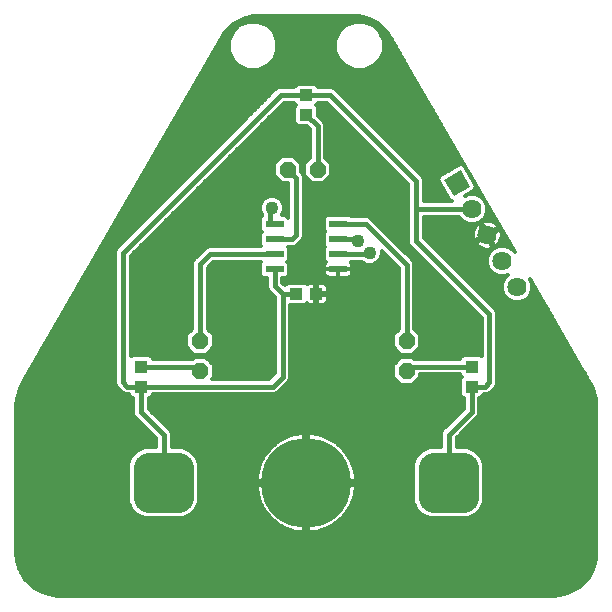
<source format=gbl>
G75*
G70*
%OFA0B0*%
%FSLAX24Y24*%
%IPPOS*%
%LPD*%
%AMOC8*
5,1,8,0,0,1.08239X$1,22.5*
%
%ADD10R,0.0610X0.0236*%
%ADD11R,0.0433X0.0394*%
%ADD12C,0.1000*%
%ADD13C,0.3000*%
%ADD14OC8,0.0560*%
%ADD15R,0.0640X0.0640*%
%ADD16C,0.0640*%
%ADD17C,0.0160*%
%ADD18C,0.0120*%
%ADD19C,0.0436*%
D10*
X008945Y011222D03*
X008945Y011722D03*
X008945Y012222D03*
X008945Y012722D03*
X011071Y012722D03*
X011071Y012222D03*
X011071Y011722D03*
X011071Y011222D03*
D11*
X010338Y010397D03*
X009669Y010397D03*
X004492Y007976D03*
X004492Y007307D03*
X015516Y007307D03*
X015516Y007976D03*
X010004Y016362D03*
X010004Y017031D03*
D12*
X014254Y004598D02*
X015254Y004598D01*
X015254Y003598D01*
X014254Y003598D01*
X014254Y004598D01*
X014254Y004597D02*
X015254Y004597D01*
X005754Y004598D02*
X004754Y004598D01*
X005754Y004598D02*
X005754Y003598D01*
X004754Y003598D01*
X004754Y004598D01*
X004754Y004597D02*
X005754Y004597D01*
D13*
X010004Y004098D03*
D14*
X013350Y007823D03*
X013350Y008823D03*
X006460Y008823D03*
X006460Y007823D03*
X009379Y014541D03*
X010379Y014541D03*
D15*
G36*
X014915Y013652D02*
X014595Y014206D01*
X015149Y014526D01*
X015469Y013972D01*
X014915Y013652D01*
G37*
D16*
X015532Y013223D03*
X016032Y012357D03*
X016532Y011491D03*
X017032Y010625D03*
D17*
X016106Y009716D02*
X013661Y012161D01*
X013661Y013161D01*
X013661Y014161D01*
X010791Y017031D01*
X010004Y017031D01*
X009166Y017031D01*
X009161Y017036D01*
X003901Y011776D01*
X003901Y007445D01*
X004039Y007307D01*
X004492Y007307D01*
X008882Y007307D01*
X009216Y007642D01*
X009216Y010397D01*
X008945Y010669D01*
X008945Y011222D01*
X008945Y011722D02*
X006801Y011722D01*
X006460Y011382D01*
X006460Y008823D01*
X006307Y007976D02*
X006460Y007823D01*
X006307Y007976D02*
X004492Y007976D01*
X004492Y007307D02*
X004492Y006460D01*
X005254Y005699D01*
X005254Y004098D01*
X013350Y007823D02*
X013504Y007976D01*
X015516Y007976D01*
X016106Y007445D02*
X016106Y009716D01*
X013350Y008823D02*
X013350Y011366D01*
X011994Y012722D01*
X011071Y012722D01*
X011071Y012222D02*
X011669Y012222D01*
X011722Y012169D01*
X012116Y011775D02*
X012063Y011722D01*
X011071Y011722D01*
X009661Y012349D02*
X009661Y014258D01*
X009379Y014541D01*
X010379Y014541D02*
X010379Y015987D01*
X010004Y016362D01*
X008857Y013260D02*
X008786Y013189D01*
X008786Y012786D01*
X008850Y012722D01*
X008945Y012722D01*
X008945Y012222D02*
X009535Y012222D01*
X009661Y012349D01*
X009669Y010397D02*
X009216Y010397D01*
X013661Y013161D02*
X013723Y013223D01*
X015532Y013223D01*
X016106Y007445D02*
X015968Y007307D01*
X015516Y007307D01*
X015516Y006460D01*
X014754Y005699D01*
X014754Y004098D01*
D18*
X019245Y000754D02*
X000762Y000754D01*
X000644Y000873D02*
X019364Y000873D01*
X019378Y000887D02*
X019121Y000629D01*
X018805Y000447D01*
X018454Y000353D01*
X018271Y000341D01*
X001736Y000341D01*
X001554Y000353D01*
X001202Y000447D01*
X000887Y000629D01*
X000887Y000629D01*
X000629Y000887D01*
X000447Y001202D01*
X000353Y001554D01*
X000341Y001736D01*
X000341Y001811D01*
X000341Y006629D01*
X000341Y006703D01*
X000353Y006885D01*
X000447Y007237D01*
X000528Y007401D01*
X000565Y007465D01*
X000565Y007465D01*
X007170Y018904D01*
X007207Y018969D01*
X007308Y019121D01*
X007566Y019378D01*
X007881Y019560D01*
X008233Y019654D01*
X008415Y019666D01*
X008489Y019666D01*
X011518Y019666D01*
X011593Y019666D01*
X011775Y019654D01*
X012126Y019560D01*
X012442Y019378D01*
X012699Y019121D01*
X012801Y018969D01*
X012838Y018904D01*
X015952Y013511D01*
X015816Y013647D01*
X015632Y013723D01*
X015433Y013723D01*
X015310Y013672D01*
X015624Y013853D01*
X015663Y013997D01*
X015268Y014681D01*
X015124Y014719D01*
X014441Y014325D01*
X014402Y014181D01*
X014797Y013497D01*
X014850Y013483D01*
X013921Y013483D01*
X013921Y014110D01*
X013921Y014213D01*
X013882Y014309D01*
X010938Y017252D01*
X010843Y017291D01*
X010739Y017291D01*
X010400Y017291D01*
X010400Y017303D01*
X010295Y017408D01*
X009713Y017408D01*
X009607Y017303D01*
X009607Y017291D01*
X009225Y017291D01*
X009213Y017296D01*
X009110Y017296D01*
X009014Y017257D01*
X008941Y017184D01*
X003681Y011924D01*
X003641Y011828D01*
X003641Y011725D01*
X003641Y007496D01*
X003641Y007393D01*
X003681Y007297D01*
X003892Y007086D01*
X003987Y007047D01*
X004091Y007047D01*
X004095Y007047D01*
X004095Y007036D01*
X004201Y006930D01*
X004232Y006930D01*
X004232Y006512D01*
X004232Y006409D01*
X004272Y006313D01*
X004994Y005591D01*
X004994Y005278D01*
X004619Y005278D01*
X004369Y005175D01*
X004177Y004983D01*
X004074Y004734D01*
X004074Y003463D01*
X004177Y003213D01*
X004369Y003022D01*
X004619Y002918D01*
X005889Y002918D01*
X006139Y003022D01*
X006330Y003213D01*
X006434Y003463D01*
X006434Y004734D01*
X006330Y004983D01*
X006139Y005175D01*
X005889Y005278D01*
X005514Y005278D01*
X005514Y005647D01*
X005514Y005750D01*
X005474Y005846D01*
X004752Y006568D01*
X004752Y006930D01*
X004783Y006930D01*
X004888Y007036D01*
X004888Y007047D01*
X008830Y007047D01*
X008933Y007047D01*
X009029Y007086D01*
X009364Y007421D01*
X009437Y007494D01*
X009476Y007590D01*
X009476Y010021D01*
X009960Y010021D01*
X010018Y010078D01*
X010024Y010073D01*
X010060Y010052D01*
X010101Y010041D01*
X010300Y010041D01*
X010300Y010359D01*
X010377Y010359D01*
X010377Y010436D01*
X010715Y010436D01*
X010715Y010615D01*
X010704Y010656D01*
X010683Y010693D01*
X010653Y010722D01*
X010617Y010743D01*
X010576Y010754D01*
X010377Y010754D01*
X010377Y010436D01*
X010300Y010436D01*
X010300Y010754D01*
X010101Y010754D01*
X010060Y010743D01*
X010024Y010722D01*
X010018Y010717D01*
X009960Y010774D01*
X009378Y010774D01*
X009293Y010689D01*
X009205Y010777D01*
X009205Y010924D01*
X009324Y010924D01*
X009430Y011030D01*
X009430Y011415D01*
X009372Y011472D01*
X009430Y011530D01*
X009430Y011915D01*
X009382Y011962D01*
X009483Y011962D01*
X009586Y011962D01*
X009682Y012002D01*
X009809Y012128D01*
X009882Y012201D01*
X009921Y012297D01*
X009921Y014206D01*
X009921Y014310D01*
X009882Y014405D01*
X009839Y014448D01*
X009839Y014731D01*
X009569Y015001D01*
X009188Y015001D01*
X008919Y014731D01*
X008919Y014350D01*
X009188Y014081D01*
X009401Y014081D01*
X009401Y012943D01*
X009324Y013020D01*
X009181Y013020D01*
X009195Y013034D01*
X009255Y013180D01*
X009255Y013339D01*
X009195Y013485D01*
X009083Y013597D01*
X008936Y013658D01*
X008778Y013658D01*
X008632Y013597D01*
X008520Y013485D01*
X008459Y013339D01*
X008459Y013180D01*
X008520Y013034D01*
X008526Y013028D01*
X008526Y012982D01*
X008460Y012915D01*
X008460Y012530D01*
X008517Y012472D01*
X008460Y012415D01*
X008460Y012030D01*
X008507Y011982D01*
X006853Y011982D01*
X006749Y011982D01*
X006654Y011943D01*
X006240Y011529D01*
X006200Y011433D01*
X006200Y011330D01*
X006200Y009213D01*
X006000Y009013D01*
X006000Y008632D01*
X006270Y008363D01*
X006651Y008363D01*
X006920Y008632D01*
X006920Y009013D01*
X006720Y009213D01*
X006720Y011274D01*
X006909Y011462D01*
X008507Y011462D01*
X008460Y011415D01*
X008460Y011030D01*
X008565Y010924D01*
X008685Y010924D01*
X008685Y010721D01*
X008685Y010617D01*
X008724Y010522D01*
X008956Y010290D01*
X008956Y007749D01*
X008774Y007567D01*
X006855Y007567D01*
X006920Y007632D01*
X006920Y008013D01*
X006651Y008283D01*
X006270Y008283D01*
X006224Y008236D01*
X004888Y008236D01*
X004888Y008248D01*
X004783Y008353D01*
X004201Y008353D01*
X004161Y008314D01*
X004161Y011669D01*
X009264Y016771D01*
X009607Y016771D01*
X009607Y016760D01*
X009671Y016697D01*
X009607Y016633D01*
X009607Y016091D01*
X009713Y015985D01*
X010013Y015985D01*
X010119Y015879D01*
X010119Y014931D01*
X009919Y014731D01*
X009919Y014350D01*
X010188Y014081D01*
X010569Y014081D01*
X010839Y014350D01*
X010839Y014731D01*
X010639Y014931D01*
X010639Y015935D01*
X010639Y016039D01*
X010599Y016134D01*
X010400Y016333D01*
X010400Y016633D01*
X010337Y016697D01*
X010400Y016760D01*
X010400Y016771D01*
X010683Y016771D01*
X013401Y014054D01*
X013401Y013110D01*
X013401Y012110D01*
X013441Y012014D01*
X013514Y011941D01*
X015846Y009609D01*
X015846Y008314D01*
X015807Y008353D01*
X015224Y008353D01*
X015119Y008248D01*
X015119Y008236D01*
X013587Y008236D01*
X013541Y008283D01*
X013160Y008283D01*
X012890Y008013D01*
X012890Y007632D01*
X013160Y007363D01*
X013541Y007363D01*
X013810Y007632D01*
X013810Y007716D01*
X015119Y007716D01*
X015119Y007705D01*
X015182Y007642D01*
X015119Y007578D01*
X015119Y007036D01*
X015224Y006930D01*
X015256Y006930D01*
X015256Y006568D01*
X014533Y005846D01*
X014494Y005750D01*
X014494Y005647D01*
X014494Y005278D01*
X014119Y005278D01*
X013869Y005175D01*
X013677Y004983D01*
X013574Y004734D01*
X013574Y003463D01*
X013677Y003213D01*
X013869Y003022D01*
X014119Y002918D01*
X015389Y002918D01*
X015639Y003022D01*
X015830Y003213D01*
X015934Y003463D01*
X015934Y004734D01*
X015830Y004983D01*
X015639Y005175D01*
X015389Y005278D01*
X015014Y005278D01*
X015014Y005591D01*
X015736Y006313D01*
X015776Y006409D01*
X015776Y006512D01*
X015776Y006930D01*
X015807Y006930D01*
X015912Y007036D01*
X015912Y007047D01*
X015917Y007047D01*
X016020Y007047D01*
X016116Y007086D01*
X016327Y007297D01*
X016366Y007393D01*
X016366Y007496D01*
X016366Y009665D01*
X016366Y009768D01*
X016327Y009864D01*
X013921Y012269D01*
X013921Y012963D01*
X015099Y012963D01*
X015108Y012940D01*
X015249Y012799D01*
X015433Y012723D01*
X015632Y012723D01*
X015816Y012799D01*
X015956Y012940D01*
X016032Y013124D01*
X016032Y013323D01*
X015961Y013495D01*
X016952Y011778D01*
X016816Y011915D01*
X016632Y011991D01*
X016433Y011991D01*
X016249Y011915D01*
X016108Y011774D01*
X016032Y011591D01*
X016032Y011392D01*
X016108Y011208D01*
X016249Y011067D01*
X016433Y010991D01*
X016632Y010991D01*
X016733Y011033D01*
X016608Y010908D01*
X016532Y010724D01*
X016532Y010526D01*
X016608Y010342D01*
X016749Y010201D01*
X016933Y010125D01*
X017132Y010125D01*
X017316Y010201D01*
X017456Y010342D01*
X017532Y010526D01*
X017532Y010724D01*
X017461Y010897D01*
X019442Y007465D01*
X019479Y007401D01*
X019560Y007237D01*
X019654Y006885D01*
X019666Y006703D01*
X019666Y006629D01*
X019666Y001811D01*
X019666Y001736D01*
X019654Y001554D01*
X019560Y001202D01*
X019378Y000887D01*
X019438Y000991D02*
X000569Y000991D01*
X000501Y001110D02*
X019507Y001110D01*
X019567Y001228D02*
X000440Y001228D01*
X000409Y001347D02*
X019599Y001347D01*
X019631Y001465D02*
X000377Y001465D01*
X000351Y001584D02*
X019656Y001584D01*
X019664Y001702D02*
X000343Y001702D01*
X000341Y001821D02*
X019666Y001821D01*
X019666Y001939D02*
X000341Y001939D01*
X000341Y002058D02*
X019666Y002058D01*
X019666Y002176D02*
X000341Y002176D01*
X000341Y002295D02*
X019666Y002295D01*
X019666Y002414D02*
X000341Y002414D01*
X000341Y002532D02*
X009453Y002532D01*
X009504Y002514D02*
X009644Y002476D01*
X009787Y002451D01*
X009931Y002438D01*
X009944Y002438D01*
X009944Y004038D01*
X010064Y004038D01*
X010064Y004158D01*
X011664Y004158D01*
X011664Y004171D01*
X011651Y004315D01*
X011626Y004458D01*
X011588Y004598D01*
X011539Y004734D01*
X011478Y004865D01*
X011405Y004991D01*
X011322Y005110D01*
X011229Y005221D01*
X011126Y005323D01*
X011015Y005416D01*
X010897Y005500D01*
X010771Y005572D01*
X010640Y005633D01*
X010503Y005683D01*
X010363Y005720D01*
X010221Y005746D01*
X010076Y005758D01*
X010064Y005758D01*
X010064Y004158D01*
X009944Y004158D01*
X009944Y004038D01*
X008344Y004038D01*
X008344Y004026D01*
X008356Y003881D01*
X008382Y003739D01*
X008419Y003599D01*
X006434Y003599D01*
X006434Y003480D02*
X008462Y003480D01*
X008469Y003462D02*
X008530Y003331D01*
X008602Y003205D01*
X008686Y003087D01*
X008779Y002976D01*
X008881Y002873D01*
X008992Y002780D01*
X009111Y002697D01*
X009237Y002624D01*
X009368Y002563D01*
X009504Y002514D01*
X009191Y002651D02*
X000341Y002651D01*
X000341Y002769D02*
X009008Y002769D01*
X008867Y002888D02*
X000341Y002888D01*
X000341Y003006D02*
X004406Y003006D01*
X004266Y003125D02*
X000341Y003125D01*
X000341Y003243D02*
X004165Y003243D01*
X004116Y003362D02*
X000341Y003362D01*
X000341Y003480D02*
X004074Y003480D01*
X004074Y003599D02*
X000341Y003599D01*
X000341Y003718D02*
X004074Y003718D01*
X004074Y003836D02*
X000341Y003836D01*
X000341Y003955D02*
X004074Y003955D01*
X004074Y004073D02*
X000341Y004073D01*
X000341Y004192D02*
X004074Y004192D01*
X004074Y004310D02*
X000341Y004310D01*
X000341Y004429D02*
X004074Y004429D01*
X004074Y004547D02*
X000341Y004547D01*
X000341Y004666D02*
X004074Y004666D01*
X004095Y004784D02*
X000341Y004784D01*
X000341Y004903D02*
X004144Y004903D01*
X004215Y005022D02*
X000341Y005022D01*
X000341Y005140D02*
X004334Y005140D01*
X004571Y005259D02*
X000341Y005259D01*
X000341Y005377D02*
X004994Y005377D01*
X004994Y005496D02*
X000341Y005496D01*
X000341Y005614D02*
X004970Y005614D01*
X004852Y005733D02*
X000341Y005733D01*
X000341Y005851D02*
X004733Y005851D01*
X004615Y005970D02*
X000341Y005970D01*
X000341Y006088D02*
X004496Y006088D01*
X004378Y006207D02*
X000341Y006207D01*
X000341Y006326D02*
X004266Y006326D01*
X004232Y006444D02*
X000341Y006444D01*
X000341Y006563D02*
X004232Y006563D01*
X004232Y006681D02*
X000341Y006681D01*
X000348Y006800D02*
X004232Y006800D01*
X004232Y006918D02*
X000362Y006918D01*
X000394Y007037D02*
X004095Y007037D01*
X003823Y007155D02*
X000425Y007155D01*
X000466Y007274D02*
X003705Y007274D01*
X003642Y007392D02*
X000524Y007392D01*
X000592Y007511D02*
X003641Y007511D01*
X003641Y007629D02*
X000660Y007629D01*
X000729Y007748D02*
X003641Y007748D01*
X003641Y007867D02*
X000797Y007867D01*
X000865Y007985D02*
X003641Y007985D01*
X003641Y008104D02*
X000934Y008104D01*
X001002Y008222D02*
X003641Y008222D01*
X003641Y008341D02*
X001071Y008341D01*
X001139Y008459D02*
X003641Y008459D01*
X003641Y008578D02*
X001208Y008578D01*
X001276Y008696D02*
X003641Y008696D01*
X003641Y008815D02*
X001345Y008815D01*
X001413Y008933D02*
X003641Y008933D01*
X003641Y009052D02*
X001481Y009052D01*
X001550Y009171D02*
X003641Y009171D01*
X003641Y009289D02*
X001618Y009289D01*
X001687Y009408D02*
X003641Y009408D01*
X003641Y009526D02*
X001755Y009526D01*
X001824Y009645D02*
X003641Y009645D01*
X003641Y009763D02*
X001892Y009763D01*
X001961Y009882D02*
X003641Y009882D01*
X003641Y010000D02*
X002029Y010000D01*
X002097Y010119D02*
X003641Y010119D01*
X003641Y010237D02*
X002166Y010237D01*
X002234Y010356D02*
X003641Y010356D01*
X003641Y010475D02*
X002303Y010475D01*
X002371Y010593D02*
X003641Y010593D01*
X003641Y010712D02*
X002440Y010712D01*
X002508Y010830D02*
X003641Y010830D01*
X003641Y010949D02*
X002576Y010949D01*
X002645Y011067D02*
X003641Y011067D01*
X003641Y011186D02*
X002713Y011186D01*
X002782Y011304D02*
X003641Y011304D01*
X003641Y011423D02*
X002850Y011423D01*
X002919Y011541D02*
X003641Y011541D01*
X003641Y011660D02*
X002987Y011660D01*
X003056Y011779D02*
X003641Y011779D01*
X003670Y011897D02*
X003124Y011897D01*
X003192Y012016D02*
X003773Y012016D01*
X003891Y012134D02*
X003261Y012134D01*
X003329Y012253D02*
X004010Y012253D01*
X004129Y012371D02*
X003398Y012371D01*
X003466Y012490D02*
X004247Y012490D01*
X004366Y012608D02*
X003535Y012608D01*
X003603Y012727D02*
X004484Y012727D01*
X004603Y012845D02*
X003672Y012845D01*
X003740Y012964D02*
X004721Y012964D01*
X004840Y013082D02*
X003808Y013082D01*
X003877Y013201D02*
X004958Y013201D01*
X005077Y013320D02*
X003945Y013320D01*
X004014Y013438D02*
X005195Y013438D01*
X005314Y013557D02*
X004082Y013557D01*
X004151Y013675D02*
X005433Y013675D01*
X005551Y013794D02*
X004219Y013794D01*
X004288Y013912D02*
X005670Y013912D01*
X005788Y014031D02*
X004356Y014031D01*
X004424Y014149D02*
X005907Y014149D01*
X006025Y014268D02*
X004493Y014268D01*
X004561Y014386D02*
X006144Y014386D01*
X006262Y014505D02*
X004630Y014505D01*
X004698Y014624D02*
X006381Y014624D01*
X006499Y014742D02*
X004767Y014742D01*
X004835Y014861D02*
X006618Y014861D01*
X006736Y014979D02*
X004903Y014979D01*
X004972Y015098D02*
X006855Y015098D01*
X006974Y015216D02*
X005040Y015216D01*
X005109Y015335D02*
X007092Y015335D01*
X007211Y015453D02*
X005177Y015453D01*
X005246Y015572D02*
X007329Y015572D01*
X007448Y015690D02*
X005314Y015690D01*
X005383Y015809D02*
X007566Y015809D01*
X007685Y015928D02*
X005451Y015928D01*
X005519Y016046D02*
X007803Y016046D01*
X007922Y016165D02*
X005588Y016165D01*
X005656Y016283D02*
X008040Y016283D01*
X008159Y016402D02*
X005725Y016402D01*
X005793Y016520D02*
X008278Y016520D01*
X008396Y016639D02*
X005862Y016639D01*
X005930Y016757D02*
X008515Y016757D01*
X008633Y016876D02*
X005999Y016876D01*
X006067Y016994D02*
X008752Y016994D01*
X008870Y017113D02*
X006135Y017113D01*
X006204Y017231D02*
X008989Y017231D01*
X009655Y017350D02*
X006272Y017350D01*
X006341Y017469D02*
X013667Y017469D01*
X013598Y017587D02*
X006409Y017587D01*
X006478Y017706D02*
X013530Y017706D01*
X013461Y017824D02*
X006546Y017824D01*
X006614Y017943D02*
X007860Y017943D01*
X007773Y017979D02*
X008071Y017855D01*
X008393Y017855D01*
X008691Y017979D01*
X008919Y018206D01*
X009042Y018504D01*
X009042Y018826D01*
X008919Y019124D01*
X008691Y019352D01*
X008393Y019475D01*
X008071Y019475D01*
X007773Y019352D01*
X007546Y019124D01*
X007422Y018826D01*
X007422Y018504D01*
X007546Y018206D01*
X007773Y017979D01*
X007691Y018061D02*
X006683Y018061D01*
X006751Y018180D02*
X007572Y018180D01*
X007507Y018298D02*
X006820Y018298D01*
X006888Y018417D02*
X007458Y018417D01*
X007422Y018535D02*
X006957Y018535D01*
X007025Y018654D02*
X007422Y018654D01*
X007422Y018773D02*
X007094Y018773D01*
X007162Y018891D02*
X007449Y018891D01*
X007498Y019010D02*
X007234Y019010D01*
X007170Y018904D02*
X007170Y018904D01*
X007316Y019128D02*
X007550Y019128D01*
X007434Y019247D02*
X007668Y019247D01*
X007553Y019365D02*
X007806Y019365D01*
X007749Y019484D02*
X012259Y019484D01*
X012202Y019365D02*
X012454Y019365D01*
X012339Y019247D02*
X012573Y019247D01*
X012458Y019128D02*
X012692Y019128D01*
X012773Y019010D02*
X012509Y019010D01*
X012462Y019124D02*
X012585Y018826D01*
X012585Y018504D01*
X012462Y018206D01*
X012234Y017979D01*
X011937Y017855D01*
X011614Y017855D01*
X011317Y017979D01*
X011089Y018206D01*
X010966Y018504D01*
X010966Y018826D01*
X011089Y019124D01*
X011317Y019352D01*
X011614Y019475D01*
X011937Y019475D01*
X012234Y019352D01*
X012462Y019124D01*
X012559Y018891D02*
X012845Y018891D01*
X012838Y018904D02*
X012838Y018904D01*
X012914Y018773D02*
X012585Y018773D01*
X012585Y018654D02*
X012982Y018654D01*
X013051Y018535D02*
X012585Y018535D01*
X012549Y018417D02*
X013119Y018417D01*
X013188Y018298D02*
X012500Y018298D01*
X012435Y018180D02*
X013256Y018180D01*
X013325Y018061D02*
X012317Y018061D01*
X012148Y017943D02*
X013393Y017943D01*
X013735Y017350D02*
X010353Y017350D01*
X010959Y017231D02*
X013804Y017231D01*
X013872Y017113D02*
X011077Y017113D01*
X011196Y016994D02*
X013941Y016994D01*
X014009Y016876D02*
X011314Y016876D01*
X011433Y016757D02*
X014077Y016757D01*
X014146Y016639D02*
X011551Y016639D01*
X011670Y016520D02*
X014214Y016520D01*
X014283Y016402D02*
X011788Y016402D01*
X011907Y016283D02*
X014351Y016283D01*
X014420Y016165D02*
X012026Y016165D01*
X012144Y016046D02*
X014488Y016046D01*
X014556Y015928D02*
X012263Y015928D01*
X012381Y015809D02*
X014625Y015809D01*
X014693Y015690D02*
X012500Y015690D01*
X012618Y015572D02*
X014762Y015572D01*
X014830Y015453D02*
X012737Y015453D01*
X012855Y015335D02*
X014899Y015335D01*
X014967Y015216D02*
X012974Y015216D01*
X013092Y015098D02*
X015036Y015098D01*
X015104Y014979D02*
X013211Y014979D01*
X013330Y014861D02*
X015172Y014861D01*
X015241Y014742D02*
X013448Y014742D01*
X013567Y014624D02*
X014958Y014624D01*
X014753Y014505D02*
X013685Y014505D01*
X013804Y014386D02*
X014547Y014386D01*
X014425Y014268D02*
X013898Y014268D01*
X013921Y014149D02*
X014420Y014149D01*
X014489Y014031D02*
X013921Y014031D01*
X013921Y013912D02*
X014557Y013912D01*
X014626Y013794D02*
X013921Y013794D01*
X013921Y013675D02*
X014694Y013675D01*
X014762Y013557D02*
X013921Y013557D01*
X013401Y013557D02*
X009921Y013557D01*
X009921Y013675D02*
X013401Y013675D01*
X013401Y013794D02*
X009921Y013794D01*
X009921Y013912D02*
X013401Y013912D01*
X013401Y014031D02*
X009921Y014031D01*
X009921Y014149D02*
X010120Y014149D01*
X010001Y014268D02*
X009921Y014268D01*
X009919Y014386D02*
X009890Y014386D01*
X009919Y014505D02*
X009839Y014505D01*
X009839Y014624D02*
X009919Y014624D01*
X009930Y014742D02*
X009828Y014742D01*
X009709Y014861D02*
X010048Y014861D01*
X010119Y014979D02*
X009591Y014979D01*
X009167Y014979D02*
X007472Y014979D01*
X007590Y015098D02*
X010119Y015098D01*
X010119Y015216D02*
X007709Y015216D01*
X007827Y015335D02*
X010119Y015335D01*
X010119Y015453D02*
X007946Y015453D01*
X008065Y015572D02*
X010119Y015572D01*
X010119Y015690D02*
X008183Y015690D01*
X008302Y015809D02*
X010119Y015809D01*
X010071Y015928D02*
X008420Y015928D01*
X008539Y016046D02*
X009652Y016046D01*
X009607Y016165D02*
X008657Y016165D01*
X008776Y016283D02*
X009607Y016283D01*
X009607Y016402D02*
X008894Y016402D01*
X009013Y016520D02*
X009607Y016520D01*
X009613Y016639D02*
X009131Y016639D01*
X009250Y016757D02*
X009610Y016757D01*
X010398Y016757D02*
X010697Y016757D01*
X010816Y016639D02*
X010395Y016639D01*
X010400Y016520D02*
X010935Y016520D01*
X011053Y016402D02*
X010400Y016402D01*
X010450Y016283D02*
X011172Y016283D01*
X011290Y016165D02*
X010569Y016165D01*
X010636Y016046D02*
X011409Y016046D01*
X011527Y015928D02*
X010639Y015928D01*
X010639Y015809D02*
X011646Y015809D01*
X011764Y015690D02*
X010639Y015690D01*
X010639Y015572D02*
X011883Y015572D01*
X012001Y015453D02*
X010639Y015453D01*
X010639Y015335D02*
X012120Y015335D01*
X012239Y015216D02*
X010639Y015216D01*
X010639Y015098D02*
X012357Y015098D01*
X012476Y014979D02*
X010639Y014979D01*
X010709Y014861D02*
X012594Y014861D01*
X012713Y014742D02*
X010828Y014742D01*
X010839Y014624D02*
X012831Y014624D01*
X012950Y014505D02*
X010839Y014505D01*
X010839Y014386D02*
X013068Y014386D01*
X013187Y014268D02*
X010757Y014268D01*
X010638Y014149D02*
X013305Y014149D01*
X013401Y013438D02*
X009921Y013438D01*
X009921Y013320D02*
X013401Y013320D01*
X013401Y013201D02*
X009921Y013201D01*
X009921Y013082D02*
X013401Y013082D01*
X013401Y012964D02*
X012090Y012964D01*
X012046Y012982D02*
X011942Y012982D01*
X011488Y012982D01*
X011450Y013020D01*
X010691Y013020D01*
X010586Y012915D01*
X010586Y012530D01*
X010643Y012472D01*
X010586Y012415D01*
X010586Y012030D01*
X010643Y011972D01*
X010586Y011915D01*
X010586Y011530D01*
X010657Y011458D01*
X010638Y011439D01*
X010616Y011402D01*
X010606Y011361D01*
X010606Y011222D01*
X010606Y011083D01*
X010616Y011042D01*
X010638Y011006D01*
X010667Y010976D01*
X010704Y010955D01*
X010744Y010944D01*
X011070Y010944D01*
X011070Y011222D01*
X010606Y011222D01*
X011070Y011222D01*
X011070Y011222D01*
X011071Y011222D01*
X011071Y011222D01*
X011536Y011222D01*
X011536Y011083D01*
X011525Y011042D01*
X011504Y011006D01*
X011474Y010976D01*
X011438Y010955D01*
X011397Y010944D01*
X011071Y010944D01*
X011071Y011222D01*
X011536Y011222D01*
X011536Y011361D01*
X011525Y011402D01*
X011504Y011439D01*
X011484Y011458D01*
X011488Y011462D01*
X011866Y011462D01*
X011890Y011438D01*
X012037Y011377D01*
X012195Y011377D01*
X012341Y011438D01*
X012453Y011550D01*
X012514Y011696D01*
X012514Y011834D01*
X013090Y011258D01*
X013090Y009213D01*
X012890Y009013D01*
X012890Y008632D01*
X013160Y008363D01*
X013541Y008363D01*
X013810Y008632D01*
X013810Y009013D01*
X013610Y009213D01*
X013610Y011314D01*
X013610Y011418D01*
X013571Y011513D01*
X012141Y012943D01*
X012046Y012982D01*
X012238Y012845D02*
X013401Y012845D01*
X013401Y012727D02*
X012357Y012727D01*
X012476Y012608D02*
X013401Y012608D01*
X013401Y012490D02*
X012594Y012490D01*
X012713Y012371D02*
X013401Y012371D01*
X013401Y012253D02*
X012831Y012253D01*
X012950Y012134D02*
X013401Y012134D01*
X013440Y012016D02*
X013068Y012016D01*
X013187Y011897D02*
X013558Y011897D01*
X013676Y011779D02*
X013305Y011779D01*
X013424Y011660D02*
X013795Y011660D01*
X013913Y011541D02*
X013542Y011541D01*
X013608Y011423D02*
X014032Y011423D01*
X014150Y011304D02*
X013610Y011304D01*
X013610Y011186D02*
X014269Y011186D01*
X014388Y011067D02*
X013610Y011067D01*
X013610Y010949D02*
X014506Y010949D01*
X014625Y010830D02*
X013610Y010830D01*
X013610Y010712D02*
X014743Y010712D01*
X014862Y010593D02*
X013610Y010593D01*
X013610Y010475D02*
X014980Y010475D01*
X015099Y010356D02*
X013610Y010356D01*
X013610Y010237D02*
X015217Y010237D01*
X015336Y010119D02*
X013610Y010119D01*
X013610Y010000D02*
X015454Y010000D01*
X015573Y009882D02*
X013610Y009882D01*
X013610Y009763D02*
X015692Y009763D01*
X015810Y009645D02*
X013610Y009645D01*
X013610Y009526D02*
X015846Y009526D01*
X015846Y009408D02*
X013610Y009408D01*
X013610Y009289D02*
X015846Y009289D01*
X015846Y009171D02*
X013653Y009171D01*
X013771Y009052D02*
X015846Y009052D01*
X015846Y008933D02*
X013810Y008933D01*
X013810Y008815D02*
X015846Y008815D01*
X015846Y008696D02*
X013810Y008696D01*
X013756Y008578D02*
X015846Y008578D01*
X015846Y008459D02*
X013637Y008459D01*
X013099Y008222D02*
X009476Y008222D01*
X009476Y008104D02*
X012981Y008104D01*
X012890Y007985D02*
X009476Y007985D01*
X009476Y007867D02*
X012890Y007867D01*
X012890Y007748D02*
X009476Y007748D01*
X009476Y007629D02*
X012893Y007629D01*
X013011Y007511D02*
X009444Y007511D01*
X009364Y007421D02*
X009364Y007421D01*
X009335Y007392D02*
X013130Y007392D01*
X013570Y007392D02*
X015119Y007392D01*
X015119Y007274D02*
X009216Y007274D01*
X009098Y007155D02*
X015119Y007155D01*
X015119Y007037D02*
X004888Y007037D01*
X004752Y006918D02*
X015256Y006918D01*
X015256Y006800D02*
X004752Y006800D01*
X004752Y006681D02*
X015256Y006681D01*
X015250Y006563D02*
X004757Y006563D01*
X004876Y006444D02*
X015131Y006444D01*
X015013Y006326D02*
X004995Y006326D01*
X005113Y006207D02*
X014894Y006207D01*
X014776Y006088D02*
X005232Y006088D01*
X005350Y005970D02*
X014657Y005970D01*
X014539Y005851D02*
X005469Y005851D01*
X005514Y005733D02*
X009714Y005733D01*
X009644Y005720D02*
X009787Y005746D01*
X009931Y005758D01*
X009944Y005758D01*
X009944Y004158D01*
X008344Y004158D01*
X008344Y004171D01*
X008356Y004315D01*
X008382Y004458D01*
X008419Y004598D01*
X008469Y004734D01*
X008530Y004865D01*
X008602Y004991D01*
X008686Y005110D01*
X008779Y005221D01*
X008881Y005323D01*
X008992Y005416D01*
X009111Y005500D01*
X009237Y005572D01*
X009368Y005633D01*
X009504Y005683D01*
X009644Y005720D01*
X009327Y005614D02*
X005514Y005614D01*
X005514Y005496D02*
X009105Y005496D01*
X008945Y005377D02*
X005514Y005377D01*
X005936Y005259D02*
X008817Y005259D01*
X008711Y005140D02*
X006174Y005140D01*
X006292Y005022D02*
X008624Y005022D01*
X008552Y004903D02*
X006364Y004903D01*
X006413Y004784D02*
X008492Y004784D01*
X008444Y004666D02*
X006434Y004666D01*
X006434Y004547D02*
X008406Y004547D01*
X008376Y004429D02*
X006434Y004429D01*
X006434Y004310D02*
X008356Y004310D01*
X008346Y004192D02*
X006434Y004192D01*
X006434Y004073D02*
X009944Y004073D01*
X009944Y003955D02*
X010064Y003955D01*
X010064Y004038D02*
X010064Y002438D01*
X010076Y002438D01*
X010221Y002451D01*
X010363Y002476D01*
X010503Y002514D01*
X010640Y002563D01*
X010771Y002624D01*
X010897Y002697D01*
X011015Y002780D01*
X011126Y002873D01*
X011229Y002976D01*
X011322Y003087D01*
X011405Y003205D01*
X011478Y003331D01*
X011539Y003462D01*
X011588Y003599D01*
X011589Y003599D02*
X013574Y003599D01*
X013574Y003480D02*
X011545Y003480D01*
X011588Y003599D02*
X011626Y003739D01*
X011651Y003881D01*
X011664Y004026D01*
X011664Y004038D01*
X010064Y004038D01*
X010064Y004073D02*
X013574Y004073D01*
X013574Y003955D02*
X011657Y003955D01*
X011643Y003836D02*
X013574Y003836D01*
X013574Y003718D02*
X011620Y003718D01*
X011492Y003362D02*
X013616Y003362D01*
X013665Y003243D02*
X011427Y003243D01*
X011349Y003125D02*
X013766Y003125D01*
X013906Y003006D02*
X011254Y003006D01*
X011141Y002888D02*
X019666Y002888D01*
X019666Y003006D02*
X015602Y003006D01*
X015742Y003125D02*
X019666Y003125D01*
X019666Y003243D02*
X015843Y003243D01*
X015892Y003362D02*
X019666Y003362D01*
X019666Y003480D02*
X015934Y003480D01*
X015934Y003599D02*
X019666Y003599D01*
X019666Y003718D02*
X015934Y003718D01*
X015934Y003836D02*
X019666Y003836D01*
X019666Y003955D02*
X015934Y003955D01*
X015934Y004073D02*
X019666Y004073D01*
X019666Y004192D02*
X015934Y004192D01*
X015934Y004310D02*
X019666Y004310D01*
X019666Y004429D02*
X015934Y004429D01*
X015934Y004547D02*
X019666Y004547D01*
X019666Y004666D02*
X015934Y004666D01*
X015913Y004784D02*
X019666Y004784D01*
X019666Y004903D02*
X015864Y004903D01*
X015792Y005022D02*
X019666Y005022D01*
X019666Y005140D02*
X015674Y005140D01*
X015436Y005259D02*
X019666Y005259D01*
X019666Y005377D02*
X015014Y005377D01*
X015014Y005496D02*
X019666Y005496D01*
X019666Y005614D02*
X015037Y005614D01*
X015156Y005733D02*
X019666Y005733D01*
X019666Y005851D02*
X015274Y005851D01*
X015393Y005970D02*
X019666Y005970D01*
X019666Y006088D02*
X015511Y006088D01*
X015630Y006207D02*
X019666Y006207D01*
X019666Y006326D02*
X015741Y006326D01*
X015776Y006444D02*
X019666Y006444D01*
X019666Y006563D02*
X015776Y006563D01*
X015776Y006681D02*
X019666Y006681D01*
X019660Y006800D02*
X015776Y006800D01*
X015776Y006918D02*
X019646Y006918D01*
X019614Y007037D02*
X015912Y007037D01*
X016184Y007155D02*
X019582Y007155D01*
X019542Y007274D02*
X016303Y007274D01*
X016366Y007392D02*
X019484Y007392D01*
X019442Y007465D02*
X019442Y007465D01*
X019416Y007511D02*
X016366Y007511D01*
X016366Y007629D02*
X019347Y007629D01*
X019279Y007748D02*
X016366Y007748D01*
X016366Y007867D02*
X019210Y007867D01*
X019142Y007985D02*
X016366Y007985D01*
X016366Y008104D02*
X019074Y008104D01*
X019005Y008222D02*
X016366Y008222D01*
X016366Y008341D02*
X018937Y008341D01*
X018868Y008459D02*
X016366Y008459D01*
X016366Y008578D02*
X018800Y008578D01*
X018731Y008696D02*
X016366Y008696D01*
X016366Y008815D02*
X018663Y008815D01*
X018594Y008933D02*
X016366Y008933D01*
X016366Y009052D02*
X018526Y009052D01*
X018458Y009171D02*
X016366Y009171D01*
X016366Y009289D02*
X018389Y009289D01*
X018321Y009408D02*
X016366Y009408D01*
X016366Y009526D02*
X018252Y009526D01*
X018184Y009645D02*
X016366Y009645D01*
X016366Y009763D02*
X018115Y009763D01*
X018047Y009882D02*
X016308Y009882D01*
X016190Y010000D02*
X017979Y010000D01*
X017910Y010119D02*
X016071Y010119D01*
X015953Y010237D02*
X016713Y010237D01*
X016603Y010356D02*
X015834Y010356D01*
X015716Y010475D02*
X016553Y010475D01*
X016532Y010593D02*
X015597Y010593D01*
X015479Y010712D02*
X016532Y010712D01*
X016576Y010830D02*
X015360Y010830D01*
X015241Y010949D02*
X016649Y010949D01*
X016249Y011067D02*
X015123Y011067D01*
X015004Y011186D02*
X016130Y011186D01*
X016068Y011304D02*
X014886Y011304D01*
X014767Y011423D02*
X016032Y011423D01*
X016032Y011541D02*
X014649Y011541D01*
X014530Y011660D02*
X016061Y011660D01*
X016113Y011779D02*
X014412Y011779D01*
X014293Y011897D02*
X015895Y011897D01*
X015920Y011889D02*
X015848Y011912D01*
X015781Y011947D01*
X015720Y011991D01*
X015666Y012044D01*
X015638Y012083D01*
X016017Y012302D01*
X015977Y012372D01*
X015758Y012751D01*
X015720Y012723D01*
X015666Y012670D01*
X015622Y012609D01*
X015587Y012541D01*
X015564Y012470D01*
X015552Y012395D01*
X015552Y012319D01*
X015564Y012245D01*
X015587Y012173D01*
X015598Y012152D01*
X015977Y012372D01*
X016047Y012412D01*
X015828Y012792D01*
X015848Y012802D01*
X015920Y012825D01*
X015995Y012837D01*
X016070Y012837D01*
X016145Y012825D01*
X016217Y012802D01*
X016284Y012768D01*
X016345Y012723D01*
X016398Y012670D01*
X016427Y012631D01*
X016047Y012412D01*
X016087Y012343D01*
X016467Y012562D01*
X016477Y012541D01*
X016500Y012470D01*
X016512Y012395D01*
X016512Y012319D01*
X016500Y012245D01*
X016477Y012173D01*
X016443Y012106D01*
X016398Y012044D01*
X016345Y011991D01*
X016306Y011963D01*
X016087Y012342D01*
X016018Y012302D01*
X016237Y011923D01*
X016217Y011912D01*
X016145Y011889D01*
X016070Y011877D01*
X015995Y011877D01*
X015920Y011889D01*
X016170Y011897D02*
X016231Y011897D01*
X016276Y012016D02*
X016183Y012016D01*
X016207Y012134D02*
X016115Y012134D01*
X016139Y012253D02*
X016046Y012253D01*
X015931Y012253D02*
X015771Y012253D01*
X015726Y012134D02*
X014056Y012134D01*
X014175Y012016D02*
X015695Y012016D01*
X015563Y012253D02*
X013937Y012253D01*
X013921Y012371D02*
X015552Y012371D01*
X015571Y012490D02*
X013921Y012490D01*
X013921Y012608D02*
X015622Y012608D01*
X015641Y012727D02*
X015725Y012727D01*
X015773Y012727D02*
X015865Y012727D01*
X015862Y012845D02*
X016336Y012845D01*
X016340Y012727D02*
X016404Y012727D01*
X016387Y012608D02*
X016473Y012608D01*
X016494Y012490D02*
X016541Y012490D01*
X016512Y012371D02*
X016610Y012371D01*
X016678Y012253D02*
X016502Y012253D01*
X016457Y012134D02*
X016747Y012134D01*
X016815Y012016D02*
X016370Y012016D01*
X016137Y012371D02*
X016071Y012371D01*
X015978Y012371D02*
X015977Y012371D01*
X016002Y012490D02*
X015909Y012490D01*
X015933Y012608D02*
X015841Y012608D01*
X016182Y012490D02*
X016342Y012490D01*
X016268Y012964D02*
X015966Y012964D01*
X016015Y013082D02*
X016199Y013082D01*
X016131Y013201D02*
X016032Y013201D01*
X016032Y013320D02*
X016062Y013320D01*
X015994Y013438D02*
X015984Y013438D01*
X015925Y013557D02*
X015906Y013557D01*
X015857Y013675D02*
X015747Y013675D01*
X015788Y013794D02*
X015521Y013794D01*
X015640Y013912D02*
X015720Y013912D01*
X015652Y014031D02*
X015643Y014031D01*
X015583Y014149D02*
X015575Y014149D01*
X015515Y014268D02*
X015506Y014268D01*
X015446Y014386D02*
X015438Y014386D01*
X015378Y014505D02*
X015370Y014505D01*
X015309Y014624D02*
X015301Y014624D01*
X015315Y013675D02*
X015317Y013675D01*
X015203Y012845D02*
X013921Y012845D01*
X013921Y012727D02*
X015424Y012727D01*
X016833Y011897D02*
X016884Y011897D01*
X017489Y010830D02*
X017499Y010830D01*
X017532Y010712D02*
X017568Y010712D01*
X017532Y010593D02*
X017636Y010593D01*
X017705Y010475D02*
X017511Y010475D01*
X017462Y010356D02*
X017773Y010356D01*
X017842Y010237D02*
X017352Y010237D01*
X015846Y008341D02*
X015819Y008341D01*
X015212Y008341D02*
X009476Y008341D01*
X009476Y008459D02*
X013063Y008459D01*
X012945Y008578D02*
X009476Y008578D01*
X009476Y008696D02*
X012890Y008696D01*
X012890Y008815D02*
X009476Y008815D01*
X009476Y008933D02*
X012890Y008933D01*
X012929Y009052D02*
X009476Y009052D01*
X009476Y009171D02*
X013048Y009171D01*
X013090Y009289D02*
X009476Y009289D01*
X009476Y009408D02*
X013090Y009408D01*
X013090Y009526D02*
X009476Y009526D01*
X009476Y009645D02*
X013090Y009645D01*
X013090Y009763D02*
X009476Y009763D01*
X009476Y009882D02*
X013090Y009882D01*
X013090Y010000D02*
X009476Y010000D01*
X008956Y010000D02*
X006720Y010000D01*
X006720Y009882D02*
X008956Y009882D01*
X008956Y009763D02*
X006720Y009763D01*
X006720Y009645D02*
X008956Y009645D01*
X008956Y009526D02*
X006720Y009526D01*
X006720Y009408D02*
X008956Y009408D01*
X008956Y009289D02*
X006720Y009289D01*
X006763Y009171D02*
X008956Y009171D01*
X008956Y009052D02*
X006882Y009052D01*
X006920Y008933D02*
X008956Y008933D01*
X008956Y008815D02*
X006920Y008815D01*
X006920Y008696D02*
X008956Y008696D01*
X008956Y008578D02*
X006866Y008578D01*
X006748Y008459D02*
X008956Y008459D01*
X008956Y008341D02*
X004795Y008341D01*
X004189Y008341D02*
X004161Y008341D01*
X004161Y008459D02*
X006173Y008459D01*
X006055Y008578D02*
X004161Y008578D01*
X004161Y008696D02*
X006000Y008696D01*
X006000Y008815D02*
X004161Y008815D01*
X004161Y008933D02*
X006000Y008933D01*
X006039Y009052D02*
X004161Y009052D01*
X004161Y009171D02*
X006158Y009171D01*
X006200Y009289D02*
X004161Y009289D01*
X004161Y009408D02*
X006200Y009408D01*
X006200Y009526D02*
X004161Y009526D01*
X004161Y009645D02*
X006200Y009645D01*
X006200Y009763D02*
X004161Y009763D01*
X004161Y009882D02*
X006200Y009882D01*
X006200Y010000D02*
X004161Y010000D01*
X004161Y010119D02*
X006200Y010119D01*
X006200Y010237D02*
X004161Y010237D01*
X004161Y010356D02*
X006200Y010356D01*
X006200Y010475D02*
X004161Y010475D01*
X004161Y010593D02*
X006200Y010593D01*
X006200Y010712D02*
X004161Y010712D01*
X004161Y010830D02*
X006200Y010830D01*
X006200Y010949D02*
X004161Y010949D01*
X004161Y011067D02*
X006200Y011067D01*
X006200Y011186D02*
X004161Y011186D01*
X004161Y011304D02*
X006200Y011304D01*
X006200Y011423D02*
X004161Y011423D01*
X004161Y011541D02*
X006252Y011541D01*
X006371Y011660D02*
X004161Y011660D01*
X004271Y011779D02*
X006490Y011779D01*
X006608Y011897D02*
X004390Y011897D01*
X004508Y012016D02*
X008474Y012016D01*
X008460Y012134D02*
X004627Y012134D01*
X004745Y012253D02*
X008460Y012253D01*
X008460Y012371D02*
X004864Y012371D01*
X004982Y012490D02*
X008499Y012490D01*
X008460Y012608D02*
X005101Y012608D01*
X005220Y012727D02*
X008460Y012727D01*
X008460Y012845D02*
X005338Y012845D01*
X005457Y012964D02*
X008509Y012964D01*
X008500Y013082D02*
X005575Y013082D01*
X005694Y013201D02*
X008459Y013201D01*
X008459Y013320D02*
X005812Y013320D01*
X005931Y013438D02*
X008500Y013438D01*
X008591Y013557D02*
X006049Y013557D01*
X006168Y013675D02*
X009401Y013675D01*
X009401Y013557D02*
X009123Y013557D01*
X009214Y013438D02*
X009401Y013438D01*
X009401Y013320D02*
X009255Y013320D01*
X009255Y013201D02*
X009401Y013201D01*
X009401Y013082D02*
X009215Y013082D01*
X009381Y012964D02*
X009401Y012964D01*
X009921Y012964D02*
X010635Y012964D01*
X010586Y012845D02*
X009921Y012845D01*
X009921Y012727D02*
X010586Y012727D01*
X010586Y012608D02*
X009921Y012608D01*
X009921Y012490D02*
X010625Y012490D01*
X010586Y012371D02*
X009921Y012371D01*
X009903Y012253D02*
X010586Y012253D01*
X010586Y012134D02*
X009814Y012134D01*
X009696Y012016D02*
X010600Y012016D01*
X010586Y011897D02*
X009430Y011897D01*
X009430Y011779D02*
X010586Y011779D01*
X010586Y011660D02*
X009430Y011660D01*
X009430Y011541D02*
X010586Y011541D01*
X010629Y011423D02*
X009422Y011423D01*
X009430Y011304D02*
X010606Y011304D01*
X010606Y011186D02*
X009430Y011186D01*
X009430Y011067D02*
X010610Y011067D01*
X010728Y010949D02*
X009349Y010949D01*
X009205Y010830D02*
X013090Y010830D01*
X013090Y010712D02*
X010664Y010712D01*
X010715Y010593D02*
X013090Y010593D01*
X013090Y010475D02*
X010715Y010475D01*
X010715Y010359D02*
X010377Y010359D01*
X010377Y010041D01*
X010576Y010041D01*
X010617Y010052D01*
X010653Y010073D01*
X010683Y010102D01*
X010704Y010139D01*
X010715Y010180D01*
X010715Y010359D01*
X010715Y010356D02*
X013090Y010356D01*
X013090Y010237D02*
X010715Y010237D01*
X010692Y010119D02*
X013090Y010119D01*
X013090Y010949D02*
X011414Y010949D01*
X011532Y011067D02*
X013090Y011067D01*
X013090Y011186D02*
X011536Y011186D01*
X011536Y011304D02*
X013044Y011304D01*
X012926Y011423D02*
X012305Y011423D01*
X012445Y011541D02*
X012807Y011541D01*
X012689Y011660D02*
X012499Y011660D01*
X012514Y011779D02*
X012570Y011779D01*
X011927Y011423D02*
X011513Y011423D01*
X011071Y011186D02*
X011070Y011186D01*
X011070Y011067D02*
X011071Y011067D01*
X011070Y010949D02*
X011071Y010949D01*
X010377Y010712D02*
X010300Y010712D01*
X010300Y010593D02*
X010377Y010593D01*
X010377Y010475D02*
X010300Y010475D01*
X010300Y010356D02*
X010377Y010356D01*
X010377Y010237D02*
X010300Y010237D01*
X010300Y010119D02*
X010377Y010119D01*
X009315Y010712D02*
X009270Y010712D01*
X008890Y010356D02*
X006720Y010356D01*
X006720Y010237D02*
X008956Y010237D01*
X008956Y010119D02*
X006720Y010119D01*
X006720Y010475D02*
X008772Y010475D01*
X008695Y010593D02*
X006720Y010593D01*
X006720Y010712D02*
X008685Y010712D01*
X008685Y010830D02*
X006720Y010830D01*
X006720Y010949D02*
X008541Y010949D01*
X008460Y011067D02*
X006720Y011067D01*
X006720Y011186D02*
X008460Y011186D01*
X008460Y011304D02*
X006751Y011304D01*
X006869Y011423D02*
X008468Y011423D01*
X009401Y013794D02*
X006286Y013794D01*
X006405Y013912D02*
X009401Y013912D01*
X009401Y014031D02*
X006524Y014031D01*
X006642Y014149D02*
X009120Y014149D01*
X009001Y014268D02*
X006761Y014268D01*
X006879Y014386D02*
X008919Y014386D01*
X008919Y014505D02*
X006998Y014505D01*
X007116Y014624D02*
X008919Y014624D01*
X008930Y014742D02*
X007235Y014742D01*
X007353Y014861D02*
X009048Y014861D01*
X008604Y017943D02*
X011403Y017943D01*
X011234Y018061D02*
X008774Y018061D01*
X008892Y018180D02*
X011115Y018180D01*
X011051Y018298D02*
X008957Y018298D01*
X009006Y018417D02*
X011002Y018417D01*
X010966Y018535D02*
X009042Y018535D01*
X009042Y018654D02*
X010966Y018654D01*
X010966Y018773D02*
X009042Y018773D01*
X009015Y018891D02*
X010992Y018891D01*
X011041Y019010D02*
X008966Y019010D01*
X008914Y019128D02*
X011093Y019128D01*
X011212Y019247D02*
X008796Y019247D01*
X008658Y019365D02*
X011349Y019365D01*
X011969Y019602D02*
X008039Y019602D01*
X008956Y008222D02*
X006711Y008222D01*
X006830Y008104D02*
X008956Y008104D01*
X008956Y007985D02*
X006920Y007985D01*
X006920Y007867D02*
X008956Y007867D01*
X008955Y007748D02*
X006920Y007748D01*
X006918Y007629D02*
X008837Y007629D01*
X009944Y005733D02*
X010064Y005733D01*
X010064Y005614D02*
X009944Y005614D01*
X009944Y005496D02*
X010064Y005496D01*
X010064Y005377D02*
X009944Y005377D01*
X009944Y005259D02*
X010064Y005259D01*
X010064Y005140D02*
X009944Y005140D01*
X009944Y005022D02*
X010064Y005022D01*
X010064Y004903D02*
X009944Y004903D01*
X009944Y004784D02*
X010064Y004784D01*
X010064Y004666D02*
X009944Y004666D01*
X009944Y004547D02*
X010064Y004547D01*
X010064Y004429D02*
X009944Y004429D01*
X009944Y004310D02*
X010064Y004310D01*
X010064Y004192D02*
X009944Y004192D01*
X009944Y003836D02*
X010064Y003836D01*
X010064Y003718D02*
X009944Y003718D01*
X009944Y003599D02*
X010064Y003599D01*
X010064Y003480D02*
X009944Y003480D01*
X009944Y003362D02*
X010064Y003362D01*
X010064Y003243D02*
X009944Y003243D01*
X009944Y003125D02*
X010064Y003125D01*
X010064Y003006D02*
X009944Y003006D01*
X009944Y002888D02*
X010064Y002888D01*
X010064Y002769D02*
X009944Y002769D01*
X009944Y002651D02*
X010064Y002651D01*
X010064Y002532D02*
X009944Y002532D01*
X010554Y002532D02*
X019666Y002532D01*
X019666Y002651D02*
X010816Y002651D01*
X011000Y002769D02*
X019666Y002769D01*
X019127Y000635D02*
X000881Y000635D01*
X001082Y000517D02*
X018926Y000517D01*
X018622Y000398D02*
X001385Y000398D01*
X006102Y003006D02*
X008753Y003006D01*
X008659Y003125D02*
X006242Y003125D01*
X006343Y003243D02*
X008581Y003243D01*
X008515Y003362D02*
X006392Y003362D01*
X006434Y003718D02*
X008387Y003718D01*
X008364Y003836D02*
X006434Y003836D01*
X006434Y003955D02*
X008350Y003955D01*
X008419Y003599D02*
X008469Y003462D01*
X011062Y005377D02*
X014494Y005377D01*
X014494Y005496D02*
X010902Y005496D01*
X010681Y005614D02*
X014494Y005614D01*
X014494Y005733D02*
X010293Y005733D01*
X011191Y005259D02*
X014071Y005259D01*
X013834Y005140D02*
X011297Y005140D01*
X011384Y005022D02*
X013715Y005022D01*
X013644Y004903D02*
X011456Y004903D01*
X011515Y004784D02*
X013595Y004784D01*
X013574Y004666D02*
X011564Y004666D01*
X011602Y004547D02*
X013574Y004547D01*
X013574Y004429D02*
X011631Y004429D01*
X011652Y004310D02*
X013574Y004310D01*
X013574Y004192D02*
X011662Y004192D01*
X013689Y007511D02*
X015119Y007511D01*
X015170Y007629D02*
X013808Y007629D01*
D19*
X012116Y011775D03*
X011722Y012169D03*
X008857Y013260D03*
M02*

</source>
